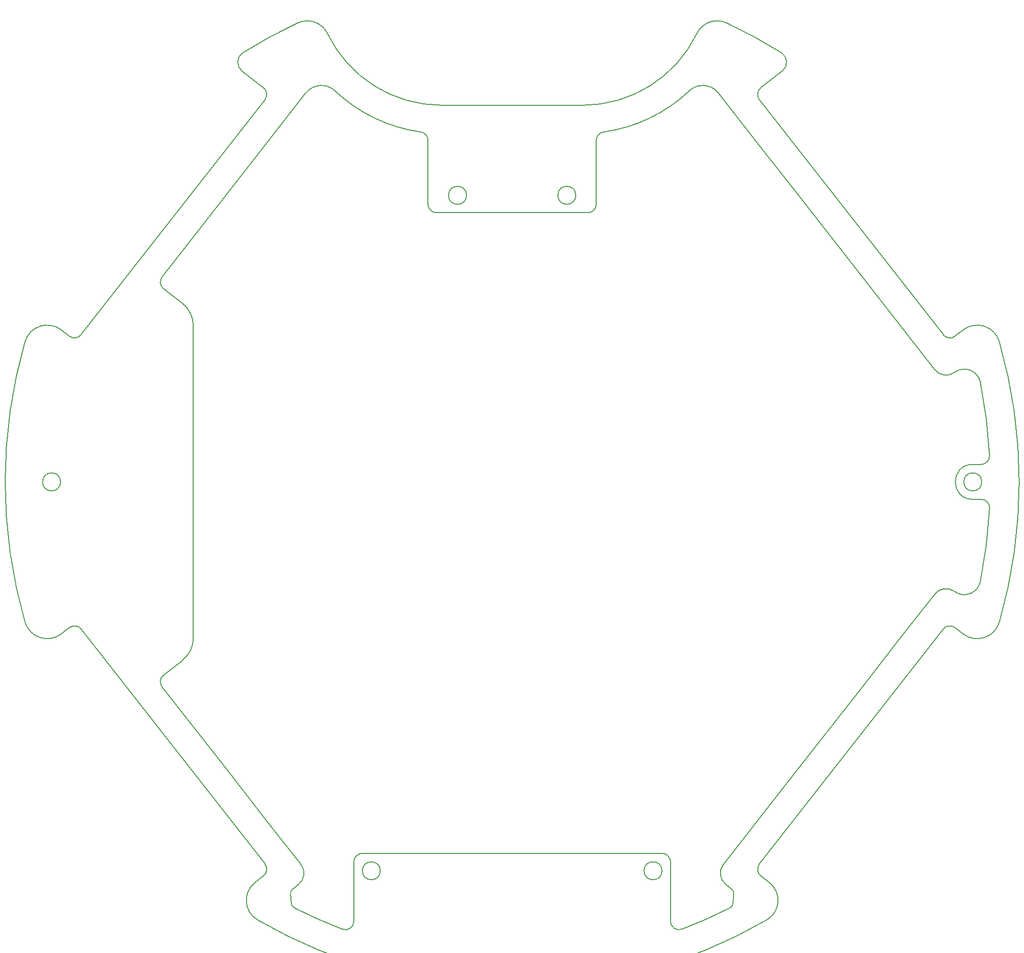
<source format=gbr>
%TF.GenerationSoftware,KiCad,Pcbnew,8.0.0-dirty*%
%TF.CreationDate,2024-04-13T23:16:22-04:00*%
%TF.ProjectId,RCJ_Open_LinePCB,52434a5f-4f70-4656-9e5f-4c696e655043,rev?*%
%TF.SameCoordinates,Original*%
%TF.FileFunction,Profile,NP*%
%FSLAX46Y46*%
G04 Gerber Fmt 4.6, Leading zero omitted, Abs format (unit mm)*
G04 Created by KiCad (PCBNEW 8.0.0-dirty) date 2024-04-13 23:16:22*
%MOMM*%
%LPD*%
G01*
G04 APERTURE LIST*
%TA.AperFunction,Profile*%
%ADD10C,0.200000*%
%TD*%
G04 APERTURE END LIST*
D10*
X186168665Y-94680000D02*
G75*
G02*
X182968665Y-94680000I-1600000J0D01*
G01*
X182968665Y-94680000D02*
G75*
G02*
X186168665Y-94680000I1600000J0D01*
G01*
X40657467Y-131105272D02*
G75*
G02*
X40915991Y-128999765I1182013J923492D01*
G01*
X186049036Y-97780000D02*
G75*
G02*
X187546972Y-99357964I-36J-1500000D01*
G01*
X40657467Y-131105272D02*
X52423074Y-146164564D01*
X181309449Y-75219297D02*
G75*
G02*
X185909559Y-76972849I1747651J-2325903D01*
G01*
X58915246Y-162595510D02*
G75*
G02*
X58656723Y-164701020I-1182046J-923490D01*
G01*
X63472314Y-168045168D02*
G75*
G02*
X63825135Y-167008092I968486J249068D01*
G01*
X89365374Y-46858020D02*
X116234626Y-46858020D01*
X63472312Y-168045168D02*
G75*
G02*
X63582882Y-169392904I-3874012J-996232D01*
G01*
X189288999Y-69787173D02*
G75*
G02*
X189288999Y-119572827I-86488999J-24892827D01*
G01*
X171831358Y-122287980D02*
X177837678Y-114600240D01*
X146288102Y-34378144D02*
X153176926Y-43195436D01*
X74700000Y-172757462D02*
X74700000Y-162181139D01*
X22631335Y-94680000D02*
G75*
G02*
X19431335Y-94680000I-1600000J0D01*
G01*
X19431335Y-94680000D02*
G75*
G02*
X22631335Y-94680000I1600000J0D01*
G01*
X146943278Y-164701019D02*
X148464286Y-165889360D01*
X66184789Y-25581245D02*
G75*
G02*
X71352306Y-25197537I2758011J-2154855D01*
G01*
X59311898Y-154981856D02*
X65317945Y-162669246D01*
X94700000Y-43758020D02*
G75*
G02*
X91500000Y-43758020I-1600000J0D01*
G01*
X91500000Y-43758020D02*
G75*
G02*
X94700000Y-43758020I1600000J0D01*
G01*
X148464286Y-165889360D02*
G75*
G02*
X148011019Y-172500072I-2462686J-3152040D01*
G01*
X164942533Y-58254728D02*
X171831358Y-67072020D01*
X130900000Y-172757462D02*
X130900000Y-162181139D01*
X65317945Y-162669246D02*
G75*
G02*
X64887074Y-166178429I-1970045J-1539154D01*
G01*
X140712928Y-166178427D02*
X141774860Y-167008099D01*
X148011019Y-172500073D02*
G75*
G02*
X57588981Y-172500073I-45211019J77820073D01*
G01*
X44278080Y-126373012D02*
X40915990Y-128999764D01*
X76200000Y-160681139D02*
X129400000Y-160681139D01*
X72668263Y-174160050D02*
G75*
G02*
X64124007Y-170371263I30131837J79480250D01*
G01*
X52423074Y-43195436D02*
X59311898Y-34378144D01*
X129400000Y-160681139D02*
G75*
G02*
X130900061Y-162181139I0J-1500061D01*
G01*
X22775266Y-121669664D02*
X24179679Y-120572417D01*
X59311898Y-154981856D02*
X52423074Y-146164564D01*
X22775266Y-121669664D02*
G75*
G02*
X16310994Y-119572829I-2524216J3230844D01*
G01*
X74700000Y-162181139D02*
G75*
G02*
X76200000Y-160681100I1500000J39D01*
G01*
X117734626Y-45358020D02*
G75*
G02*
X116234626Y-46858026I-1500026J20D01*
G01*
X141774860Y-167008099D02*
G75*
G02*
X142127677Y-168045166I-615660J-788001D01*
G01*
X186049036Y-91580000D02*
X184568665Y-91580000D01*
X146943278Y-24658981D02*
X150752404Y-21682966D01*
X58656722Y-24658981D02*
X54847596Y-21682966D01*
X55017076Y-18412102D02*
G75*
G02*
X64718402Y-13133744I47782924J-76267898D01*
G01*
X141475994Y-170371264D02*
G75*
G02*
X132931737Y-174160051I-38676094J75691464D01*
G01*
X54847596Y-21682966D02*
G75*
G02*
X55017072Y-18412096I1231324J1576026D01*
G01*
X142017114Y-169392904D02*
G75*
G02*
X141475999Y-170371274I-996114J-87896D01*
G01*
X64718402Y-13133745D02*
G75*
G02*
X70013667Y-15020229I1692498J-3624255D01*
G01*
X86568728Y-32503926D02*
G75*
G02*
X87865418Y-33990078I-203328J-1486174D01*
G01*
X150582924Y-18412103D02*
G75*
G02*
X150752360Y-21682910I-1061824J-1694797D01*
G01*
X185909567Y-76972847D02*
G75*
G02*
X187547006Y-90002034I-88241067J-17707153D01*
G01*
X140881598Y-13133745D02*
G75*
G02*
X150582923Y-18412103I-38081598J-81546255D01*
G01*
X142017114Y-169392904D02*
G75*
G02*
X142127687Y-168045168I3984486J351504D01*
G01*
X26285188Y-68529060D02*
X58915246Y-26764490D01*
X140712928Y-166178427D02*
G75*
G02*
X140282058Y-162669248I1539172J1970027D01*
G01*
X117734626Y-33990078D02*
X117734626Y-45358020D01*
X40657467Y-58254728D02*
X52423074Y-43195436D01*
X46199773Y-66927042D02*
X46199773Y-122432958D01*
X132931737Y-174160051D02*
G75*
G02*
X130900036Y-172757462I-531737J1402551D01*
G01*
X134247663Y-25197505D02*
G75*
G02*
X139415245Y-25581218I2409537J-2538595D01*
G01*
X135586304Y-15020215D02*
G75*
G02*
X140881631Y-13133672I3602796J-1737685D01*
G01*
X186049036Y-97780000D02*
X184568665Y-97780000D01*
X117734626Y-33990078D02*
G75*
G02*
X119031266Y-32503884I1500074J-22D01*
G01*
X164942533Y-58254728D02*
X153176926Y-43195436D01*
X179314812Y-120830940D02*
X146684754Y-162595510D01*
X86568728Y-32503926D02*
G75*
G02*
X71352341Y-25197501I3731272J27268826D01*
G01*
X90300000Y-27758022D02*
X115300000Y-27758022D01*
X74700000Y-172757462D02*
G75*
G02*
X72668250Y-174160084I-1500000J-38D01*
G01*
X129400000Y-163781139D02*
G75*
G02*
X126200000Y-163781139I-1600000J0D01*
G01*
X126200000Y-163781139D02*
G75*
G02*
X129400000Y-163781139I1600000J0D01*
G01*
X146943278Y-164701019D02*
G75*
G02*
X146684756Y-162595511I923522J1182019D01*
G01*
X26285188Y-68529060D02*
G75*
G02*
X24179700Y-68787557I-1181988J923460D01*
G01*
X177837678Y-114600240D02*
G75*
G02*
X181309444Y-114140709I1970022J-1539160D01*
G01*
X89365374Y-46858020D02*
G75*
G02*
X87865380Y-45358020I26J1500020D01*
G01*
X182824734Y-67690336D02*
G75*
G02*
X189288940Y-69787190I2524166J-3230864D01*
G01*
X40915990Y-60360236D02*
G75*
G02*
X40657447Y-58254713I923510J1182036D01*
G01*
X57588981Y-172500072D02*
G75*
G02*
X57135711Y-165889357I2009379J3458672D01*
G01*
X179314812Y-120830940D02*
G75*
G02*
X181420279Y-120572471I1181988J-923660D01*
G01*
X135586303Y-15020215D02*
G75*
G02*
X115300000Y-27758034I-20286303J9785115D01*
G01*
X184568665Y-97780000D02*
G75*
G02*
X184568665Y-91580000I35J3100000D01*
G01*
X90300000Y-27758022D02*
G75*
G02*
X70013708Y-15020210I0J22522922D01*
G01*
X58656722Y-164701019D02*
X57135714Y-165889360D01*
X16311001Y-119572827D02*
G75*
G02*
X16311001Y-69787173I86488999J24892827D01*
G01*
X146288102Y-154981856D02*
X140282055Y-162669246D01*
X46199773Y-122432958D02*
G75*
G02*
X44278082Y-126373014I-5000003J-2D01*
G01*
X24179679Y-120572417D02*
G75*
G02*
X26285214Y-120830920I923521J-1181983D01*
G01*
X181420320Y-68787582D02*
G75*
G02*
X179314800Y-68529070I-923520J1181882D01*
G01*
X44278080Y-62986988D02*
X40915990Y-60360236D01*
X64887072Y-166178427D02*
X63825140Y-167008099D01*
X16311001Y-69787173D02*
G75*
G02*
X22775261Y-67690342I3940049J-1134007D01*
G01*
X187547008Y-99357966D02*
G75*
G02*
X185909569Y-112387153I-89878508J4677966D01*
G01*
X185909567Y-112387153D02*
G75*
G02*
X181309444Y-114140709I-2852467J572353D01*
G01*
X187547007Y-90002034D02*
G75*
G02*
X186049036Y-91580035I-1498007J-77966D01*
G01*
X26285188Y-120830940D02*
X58915246Y-162595510D01*
X146684754Y-26764490D02*
G75*
G02*
X146943277Y-24658980I1182046J923490D01*
G01*
X134247663Y-25197505D02*
G75*
G02*
X119031276Y-32503957I-18947663J19962305D01*
G01*
X114100000Y-43758020D02*
G75*
G02*
X110900000Y-43758020I-1600000J0D01*
G01*
X110900000Y-43758020D02*
G75*
G02*
X114100000Y-43758020I1600000J0D01*
G01*
X164942533Y-131105272D02*
X171831358Y-122287980D01*
X182824734Y-67690336D02*
X181420321Y-68787583D01*
X87865374Y-33990078D02*
X87865374Y-45358020D01*
X181309448Y-75219296D02*
G75*
G02*
X177837673Y-74759764I-1501748J1998696D01*
G01*
X179314812Y-68529060D02*
X146684754Y-26764490D01*
X59311898Y-34378144D02*
X66184789Y-25581245D01*
X146288102Y-154981856D02*
X153176926Y-146164564D01*
X22775266Y-67690336D02*
X24179679Y-68787583D01*
X146288102Y-34378144D02*
X139415211Y-25581245D01*
X182824734Y-121669664D02*
X181420321Y-120572417D01*
X44278080Y-62986988D02*
G75*
G02*
X46199750Y-66927042I-3078280J-3940012D01*
G01*
X64124006Y-170371263D02*
G75*
G02*
X63582898Y-169392905I454994J890463D01*
G01*
X58656722Y-24658981D02*
G75*
G02*
X58915244Y-26764489I-923522J-1182019D01*
G01*
X171831358Y-67072020D02*
X177837678Y-74759760D01*
X189289000Y-119572827D02*
G75*
G02*
X182824696Y-121669713I-3940100J1134027D01*
G01*
X79400000Y-163781139D02*
G75*
G02*
X76200000Y-163781139I-1600000J0D01*
G01*
X76200000Y-163781139D02*
G75*
G02*
X79400000Y-163781139I1600000J0D01*
G01*
X164942533Y-131105272D02*
X153176926Y-146164564D01*
M02*

</source>
